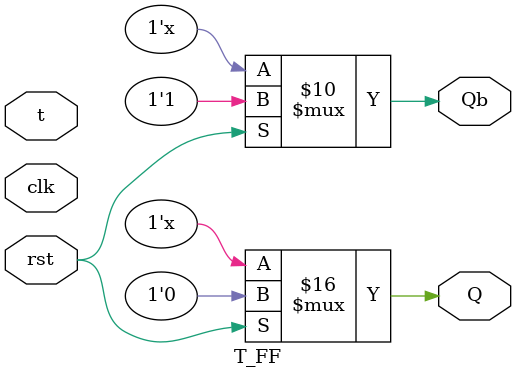
<source format=v>
`timescale 1ns / 1ps

module T_FF(
    input rst,
    input clk,
    input t,
    output reg Q,
    output reg Qb
    );
	
//	always@(posedge clk or posedge rst)
    always@(*)
	begin
	if (rst==1'b1) begin
	   Q<= 1'b0;
	   Qb <= 1'b1;
	end
	else if (t == 1'b0) begin
	   Q <= Q;
	   Qb <= Qb;
	end
	else begin
	   Q <= ~Q;
	   Qb <= ~Qb;
	end
	end

endmodule
</source>
